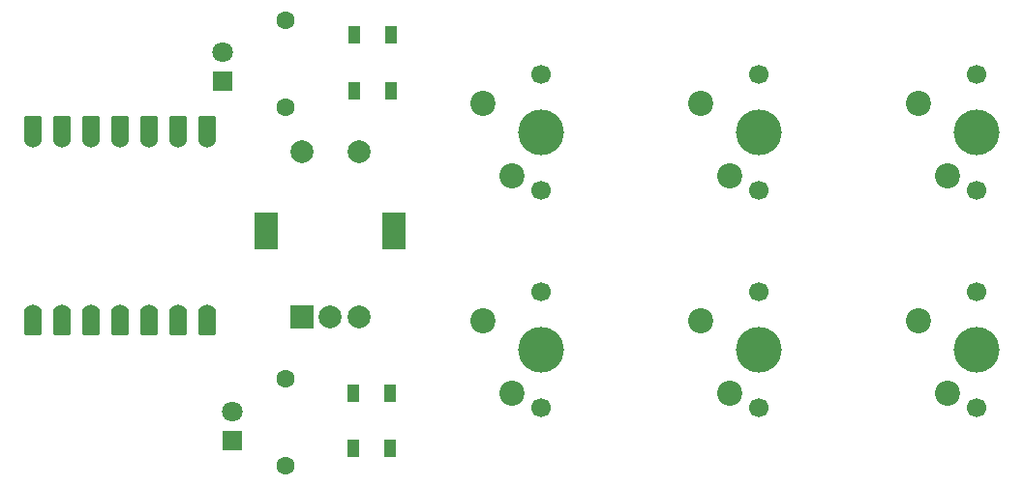
<source format=gbr>
%TF.GenerationSoftware,KiCad,Pcbnew,9.0.6*%
%TF.CreationDate,2026-01-24T13:35:08-03:00*%
%TF.ProjectId,macropadmaluu,6d616372-6f70-4616-946d-616c75752e6b,rev?*%
%TF.SameCoordinates,Original*%
%TF.FileFunction,Soldermask,Top*%
%TF.FilePolarity,Negative*%
%FSLAX46Y46*%
G04 Gerber Fmt 4.6, Leading zero omitted, Abs format (unit mm)*
G04 Created by KiCad (PCBNEW 9.0.6) date 2026-01-24 13:35:08*
%MOMM*%
%LPD*%
G01*
G04 APERTURE LIST*
G04 Aperture macros list*
%AMRoundRect*
0 Rectangle with rounded corners*
0 $1 Rounding radius*
0 $2 $3 $4 $5 $6 $7 $8 $9 X,Y pos of 4 corners*
0 Add a 4 corners polygon primitive as box body*
4,1,4,$2,$3,$4,$5,$6,$7,$8,$9,$2,$3,0*
0 Add four circle primitives for the rounded corners*
1,1,$1+$1,$2,$3*
1,1,$1+$1,$4,$5*
1,1,$1+$1,$6,$7*
1,1,$1+$1,$8,$9*
0 Add four rect primitives between the rounded corners*
20,1,$1+$1,$2,$3,$4,$5,0*
20,1,$1+$1,$4,$5,$6,$7,0*
20,1,$1+$1,$6,$7,$8,$9,0*
20,1,$1+$1,$8,$9,$2,$3,0*%
G04 Aperture macros list end*
%ADD10C,1.700000*%
%ADD11C,4.000000*%
%ADD12C,2.200000*%
%ADD13C,1.600000*%
%ADD14R,1.800000X1.800000*%
%ADD15C,1.800000*%
%ADD16RoundRect,0.152400X-0.609600X1.063600X-0.609600X-1.063600X0.609600X-1.063600X0.609600X1.063600X0*%
%ADD17C,1.524000*%
%ADD18RoundRect,0.152400X0.609600X-1.063600X0.609600X1.063600X-0.609600X1.063600X-0.609600X-1.063600X0*%
%ADD19R,1.000000X1.500000*%
%ADD20R,2.000000X2.000000*%
%ADD21C,2.000000*%
%ADD22R,2.000000X3.200000*%
G04 APERTURE END LIST*
D10*
%TO.C,SW4*%
X188118750Y-112236250D03*
D11*
X188118750Y-107156250D03*
D10*
X188118750Y-102076250D03*
D12*
X183038750Y-104616250D03*
X185578750Y-110966250D03*
%TD*%
D10*
%TO.C,SW3*%
X188118750Y-93186250D03*
D11*
X188118750Y-88106250D03*
D10*
X188118750Y-83026250D03*
D12*
X183038750Y-85566250D03*
X185578750Y-91916250D03*
%TD*%
D13*
%TO.C,R2*%
X146690000Y-85880000D03*
X146690000Y-78260000D03*
%TD*%
D14*
%TO.C,D1*%
X142090000Y-115040000D03*
D15*
X142090000Y-112500000D03*
%TD*%
D10*
%TO.C,SW6*%
X207168750Y-112236250D03*
D11*
X207168750Y-107156250D03*
D10*
X207168750Y-102076250D03*
D12*
X202088750Y-104616250D03*
X204628750Y-110966250D03*
%TD*%
D13*
%TO.C,R1*%
X146690000Y-117240000D03*
X146690000Y-109620000D03*
%TD*%
D14*
%TO.C,D2*%
X141200000Y-83540000D03*
D15*
X141200000Y-81000000D03*
%TD*%
D10*
%TO.C,SW1*%
X169068750Y-93186250D03*
D11*
X169068750Y-88106250D03*
D10*
X169068750Y-83026250D03*
D12*
X163988750Y-85566250D03*
X166528750Y-91916250D03*
%TD*%
D10*
%TO.C,SW2*%
X169068750Y-112236250D03*
D11*
X169068750Y-107156250D03*
D10*
X169068750Y-102076250D03*
D12*
X163988750Y-104616250D03*
X166528750Y-110966250D03*
%TD*%
D16*
%TO.C,U1*%
X124640000Y-104695000D03*
D17*
X124640000Y-103860000D03*
D16*
X127180000Y-104695000D03*
D17*
X127180000Y-103860000D03*
D16*
X129720000Y-104695000D03*
D17*
X129720000Y-103860000D03*
D16*
X132260000Y-104695000D03*
D17*
X132260000Y-103860000D03*
D16*
X134800000Y-104695000D03*
D17*
X134800000Y-103860000D03*
D16*
X137340000Y-104695000D03*
D17*
X137340000Y-103860000D03*
D16*
X139880000Y-104695000D03*
D17*
X139880000Y-103860000D03*
X139880000Y-88620000D03*
D18*
X139880000Y-87785000D03*
D17*
X137340000Y-88620000D03*
D18*
X137340000Y-87785000D03*
D17*
X134800000Y-88620000D03*
D18*
X134800000Y-87785000D03*
D17*
X132260000Y-88620000D03*
D18*
X132260000Y-87785000D03*
D17*
X129720000Y-88620000D03*
D18*
X129720000Y-87785000D03*
D17*
X127180000Y-88620000D03*
D18*
X127180000Y-87785000D03*
D17*
X124640000Y-88620000D03*
D18*
X124640000Y-87785000D03*
%TD*%
D10*
%TO.C,SW5*%
X207168750Y-93186250D03*
D11*
X207168750Y-88106250D03*
D10*
X207168750Y-83026250D03*
D12*
X202088750Y-85566250D03*
X204628750Y-91916250D03*
%TD*%
D19*
%TO.C,D4*%
X152630000Y-115790000D03*
X155830000Y-115790000D03*
X155830000Y-110890000D03*
X152630000Y-110890000D03*
%TD*%
D20*
%TO.C,SW7*%
X148140000Y-104220000D03*
D21*
X153140000Y-104220000D03*
X150640000Y-104220000D03*
D22*
X145040000Y-96720000D03*
X156240000Y-96720000D03*
D21*
X153140000Y-89720000D03*
X148140000Y-89720000D03*
%TD*%
D19*
%TO.C,D3*%
X152760000Y-84390000D03*
X155960000Y-84390000D03*
X155960000Y-79490000D03*
X152760000Y-79490000D03*
%TD*%
M02*

</source>
